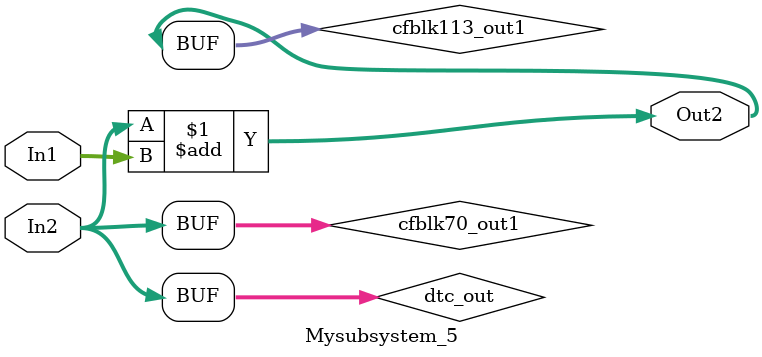
<source format=v>



`timescale 1 ns / 1 ns

module Mysubsystem_5
          (In1,
           In2,
           Out2);


  input   [7:0] In1;  // uint8
  input   [7:0] In2;  // uint8
  output  [7:0] Out2;  // uint8


  wire [7:0] dtc_out;  // ufix8
  wire [7:0] cfblk70_out1;  // uint8
  wire [7:0] cfblk113_out1;  // uint8


  assign dtc_out = In2;



  assign cfblk70_out1 = dtc_out;



  assign cfblk113_out1 = cfblk70_out1 + In1;



  assign Out2 = cfblk113_out1;

endmodule  // Mysubsystem_5


</source>
